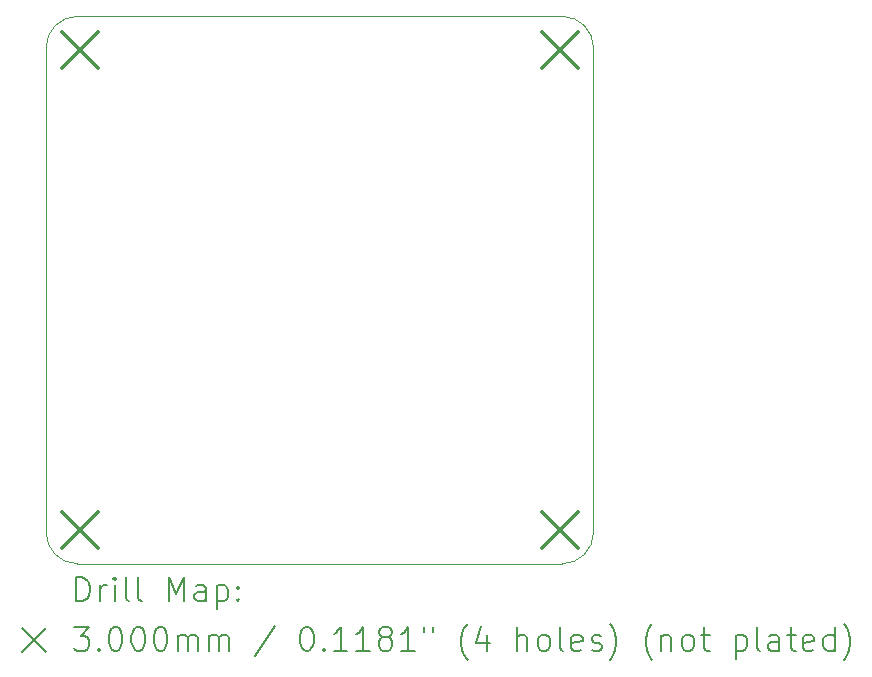
<source format=gbr>
%TF.GenerationSoftware,KiCad,Pcbnew,9.0.5*%
%TF.CreationDate,2025-10-17T16:28:32+07:00*%
%TF.ProjectId,Nokia 1202 breakout,4e6f6b69-6120-4313-9230-322062726561,rev?*%
%TF.SameCoordinates,Original*%
%TF.FileFunction,Drillmap*%
%TF.FilePolarity,Positive*%
%FSLAX45Y45*%
G04 Gerber Fmt 4.5, Leading zero omitted, Abs format (unit mm)*
G04 Created by KiCad (PCBNEW 9.0.5) date 2025-10-17 16:28:32*
%MOMM*%
%LPD*%
G01*
G04 APERTURE LIST*
%ADD10C,0.100000*%
%ADD11C,0.200000*%
%ADD12C,0.300000*%
G04 APERTURE END LIST*
D10*
X16903360Y-8183235D02*
X12796860Y-8183235D01*
X12796860Y-12817485D02*
X16903360Y-12817485D01*
X12533360Y-8446735D02*
X12533360Y-12553985D01*
X17166860Y-12553985D02*
X17166860Y-8446735D01*
X16903360Y-8183235D02*
G75*
G02*
X17166865Y-8446735I0J-263505D01*
G01*
X17166860Y-12553985D02*
G75*
G02*
X16903360Y-12817480I-263500J5D01*
G01*
X12533360Y-8446735D02*
G75*
G02*
X12796860Y-8183240I263500J-5D01*
G01*
X12796860Y-12817485D02*
G75*
G02*
X12533355Y-12553985I0J263505D01*
G01*
D11*
D12*
X12669110Y-8317735D02*
X12969110Y-8617735D01*
X12969110Y-8317735D02*
X12669110Y-8617735D01*
X12669110Y-12381735D02*
X12969110Y-12681735D01*
X12969110Y-12381735D02*
X12669110Y-12681735D01*
X16733110Y-8317735D02*
X17033110Y-8617735D01*
X17033110Y-8317735D02*
X16733110Y-8617735D01*
X16733110Y-12381735D02*
X17033110Y-12681735D01*
X17033110Y-12381735D02*
X16733110Y-12681735D01*
D11*
X12789137Y-13133969D02*
X12789137Y-12933969D01*
X12789137Y-12933969D02*
X12836756Y-12933969D01*
X12836756Y-12933969D02*
X12865327Y-12943493D01*
X12865327Y-12943493D02*
X12884375Y-12962540D01*
X12884375Y-12962540D02*
X12893899Y-12981588D01*
X12893899Y-12981588D02*
X12903422Y-13019683D01*
X12903422Y-13019683D02*
X12903422Y-13048254D01*
X12903422Y-13048254D02*
X12893899Y-13086350D01*
X12893899Y-13086350D02*
X12884375Y-13105397D01*
X12884375Y-13105397D02*
X12865327Y-13124445D01*
X12865327Y-13124445D02*
X12836756Y-13133969D01*
X12836756Y-13133969D02*
X12789137Y-13133969D01*
X12989137Y-13133969D02*
X12989137Y-13000635D01*
X12989137Y-13038731D02*
X12998661Y-13019683D01*
X12998661Y-13019683D02*
X13008184Y-13010159D01*
X13008184Y-13010159D02*
X13027232Y-13000635D01*
X13027232Y-13000635D02*
X13046280Y-13000635D01*
X13112946Y-13133969D02*
X13112946Y-13000635D01*
X13112946Y-12933969D02*
X13103422Y-12943493D01*
X13103422Y-12943493D02*
X13112946Y-12953016D01*
X13112946Y-12953016D02*
X13122470Y-12943493D01*
X13122470Y-12943493D02*
X13112946Y-12933969D01*
X13112946Y-12933969D02*
X13112946Y-12953016D01*
X13236756Y-13133969D02*
X13217708Y-13124445D01*
X13217708Y-13124445D02*
X13208184Y-13105397D01*
X13208184Y-13105397D02*
X13208184Y-12933969D01*
X13341518Y-13133969D02*
X13322470Y-13124445D01*
X13322470Y-13124445D02*
X13312946Y-13105397D01*
X13312946Y-13105397D02*
X13312946Y-12933969D01*
X13570089Y-13133969D02*
X13570089Y-12933969D01*
X13570089Y-12933969D02*
X13636756Y-13076826D01*
X13636756Y-13076826D02*
X13703422Y-12933969D01*
X13703422Y-12933969D02*
X13703422Y-13133969D01*
X13884375Y-13133969D02*
X13884375Y-13029207D01*
X13884375Y-13029207D02*
X13874851Y-13010159D01*
X13874851Y-13010159D02*
X13855803Y-13000635D01*
X13855803Y-13000635D02*
X13817708Y-13000635D01*
X13817708Y-13000635D02*
X13798661Y-13010159D01*
X13884375Y-13124445D02*
X13865327Y-13133969D01*
X13865327Y-13133969D02*
X13817708Y-13133969D01*
X13817708Y-13133969D02*
X13798661Y-13124445D01*
X13798661Y-13124445D02*
X13789137Y-13105397D01*
X13789137Y-13105397D02*
X13789137Y-13086350D01*
X13789137Y-13086350D02*
X13798661Y-13067302D01*
X13798661Y-13067302D02*
X13817708Y-13057778D01*
X13817708Y-13057778D02*
X13865327Y-13057778D01*
X13865327Y-13057778D02*
X13884375Y-13048254D01*
X13979613Y-13000635D02*
X13979613Y-13200635D01*
X13979613Y-13010159D02*
X13998661Y-13000635D01*
X13998661Y-13000635D02*
X14036756Y-13000635D01*
X14036756Y-13000635D02*
X14055803Y-13010159D01*
X14055803Y-13010159D02*
X14065327Y-13019683D01*
X14065327Y-13019683D02*
X14074851Y-13038731D01*
X14074851Y-13038731D02*
X14074851Y-13095873D01*
X14074851Y-13095873D02*
X14065327Y-13114921D01*
X14065327Y-13114921D02*
X14055803Y-13124445D01*
X14055803Y-13124445D02*
X14036756Y-13133969D01*
X14036756Y-13133969D02*
X13998661Y-13133969D01*
X13998661Y-13133969D02*
X13979613Y-13124445D01*
X14160565Y-13114921D02*
X14170089Y-13124445D01*
X14170089Y-13124445D02*
X14160565Y-13133969D01*
X14160565Y-13133969D02*
X14151042Y-13124445D01*
X14151042Y-13124445D02*
X14160565Y-13114921D01*
X14160565Y-13114921D02*
X14160565Y-13133969D01*
X14160565Y-13010159D02*
X14170089Y-13019683D01*
X14170089Y-13019683D02*
X14160565Y-13029207D01*
X14160565Y-13029207D02*
X14151042Y-13019683D01*
X14151042Y-13019683D02*
X14160565Y-13010159D01*
X14160565Y-13010159D02*
X14160565Y-13029207D01*
X12328360Y-13362485D02*
X12528360Y-13562485D01*
X12528360Y-13362485D02*
X12328360Y-13562485D01*
X12770089Y-13353969D02*
X12893899Y-13353969D01*
X12893899Y-13353969D02*
X12827232Y-13430159D01*
X12827232Y-13430159D02*
X12855803Y-13430159D01*
X12855803Y-13430159D02*
X12874851Y-13439683D01*
X12874851Y-13439683D02*
X12884375Y-13449207D01*
X12884375Y-13449207D02*
X12893899Y-13468254D01*
X12893899Y-13468254D02*
X12893899Y-13515873D01*
X12893899Y-13515873D02*
X12884375Y-13534921D01*
X12884375Y-13534921D02*
X12874851Y-13544445D01*
X12874851Y-13544445D02*
X12855803Y-13553969D01*
X12855803Y-13553969D02*
X12798661Y-13553969D01*
X12798661Y-13553969D02*
X12779613Y-13544445D01*
X12779613Y-13544445D02*
X12770089Y-13534921D01*
X12979613Y-13534921D02*
X12989137Y-13544445D01*
X12989137Y-13544445D02*
X12979613Y-13553969D01*
X12979613Y-13553969D02*
X12970089Y-13544445D01*
X12970089Y-13544445D02*
X12979613Y-13534921D01*
X12979613Y-13534921D02*
X12979613Y-13553969D01*
X13112946Y-13353969D02*
X13131994Y-13353969D01*
X13131994Y-13353969D02*
X13151042Y-13363493D01*
X13151042Y-13363493D02*
X13160565Y-13373016D01*
X13160565Y-13373016D02*
X13170089Y-13392064D01*
X13170089Y-13392064D02*
X13179613Y-13430159D01*
X13179613Y-13430159D02*
X13179613Y-13477778D01*
X13179613Y-13477778D02*
X13170089Y-13515873D01*
X13170089Y-13515873D02*
X13160565Y-13534921D01*
X13160565Y-13534921D02*
X13151042Y-13544445D01*
X13151042Y-13544445D02*
X13131994Y-13553969D01*
X13131994Y-13553969D02*
X13112946Y-13553969D01*
X13112946Y-13553969D02*
X13093899Y-13544445D01*
X13093899Y-13544445D02*
X13084375Y-13534921D01*
X13084375Y-13534921D02*
X13074851Y-13515873D01*
X13074851Y-13515873D02*
X13065327Y-13477778D01*
X13065327Y-13477778D02*
X13065327Y-13430159D01*
X13065327Y-13430159D02*
X13074851Y-13392064D01*
X13074851Y-13392064D02*
X13084375Y-13373016D01*
X13084375Y-13373016D02*
X13093899Y-13363493D01*
X13093899Y-13363493D02*
X13112946Y-13353969D01*
X13303422Y-13353969D02*
X13322470Y-13353969D01*
X13322470Y-13353969D02*
X13341518Y-13363493D01*
X13341518Y-13363493D02*
X13351042Y-13373016D01*
X13351042Y-13373016D02*
X13360565Y-13392064D01*
X13360565Y-13392064D02*
X13370089Y-13430159D01*
X13370089Y-13430159D02*
X13370089Y-13477778D01*
X13370089Y-13477778D02*
X13360565Y-13515873D01*
X13360565Y-13515873D02*
X13351042Y-13534921D01*
X13351042Y-13534921D02*
X13341518Y-13544445D01*
X13341518Y-13544445D02*
X13322470Y-13553969D01*
X13322470Y-13553969D02*
X13303422Y-13553969D01*
X13303422Y-13553969D02*
X13284375Y-13544445D01*
X13284375Y-13544445D02*
X13274851Y-13534921D01*
X13274851Y-13534921D02*
X13265327Y-13515873D01*
X13265327Y-13515873D02*
X13255803Y-13477778D01*
X13255803Y-13477778D02*
X13255803Y-13430159D01*
X13255803Y-13430159D02*
X13265327Y-13392064D01*
X13265327Y-13392064D02*
X13274851Y-13373016D01*
X13274851Y-13373016D02*
X13284375Y-13363493D01*
X13284375Y-13363493D02*
X13303422Y-13353969D01*
X13493899Y-13353969D02*
X13512946Y-13353969D01*
X13512946Y-13353969D02*
X13531994Y-13363493D01*
X13531994Y-13363493D02*
X13541518Y-13373016D01*
X13541518Y-13373016D02*
X13551042Y-13392064D01*
X13551042Y-13392064D02*
X13560565Y-13430159D01*
X13560565Y-13430159D02*
X13560565Y-13477778D01*
X13560565Y-13477778D02*
X13551042Y-13515873D01*
X13551042Y-13515873D02*
X13541518Y-13534921D01*
X13541518Y-13534921D02*
X13531994Y-13544445D01*
X13531994Y-13544445D02*
X13512946Y-13553969D01*
X13512946Y-13553969D02*
X13493899Y-13553969D01*
X13493899Y-13553969D02*
X13474851Y-13544445D01*
X13474851Y-13544445D02*
X13465327Y-13534921D01*
X13465327Y-13534921D02*
X13455803Y-13515873D01*
X13455803Y-13515873D02*
X13446280Y-13477778D01*
X13446280Y-13477778D02*
X13446280Y-13430159D01*
X13446280Y-13430159D02*
X13455803Y-13392064D01*
X13455803Y-13392064D02*
X13465327Y-13373016D01*
X13465327Y-13373016D02*
X13474851Y-13363493D01*
X13474851Y-13363493D02*
X13493899Y-13353969D01*
X13646280Y-13553969D02*
X13646280Y-13420635D01*
X13646280Y-13439683D02*
X13655803Y-13430159D01*
X13655803Y-13430159D02*
X13674851Y-13420635D01*
X13674851Y-13420635D02*
X13703423Y-13420635D01*
X13703423Y-13420635D02*
X13722470Y-13430159D01*
X13722470Y-13430159D02*
X13731994Y-13449207D01*
X13731994Y-13449207D02*
X13731994Y-13553969D01*
X13731994Y-13449207D02*
X13741518Y-13430159D01*
X13741518Y-13430159D02*
X13760565Y-13420635D01*
X13760565Y-13420635D02*
X13789137Y-13420635D01*
X13789137Y-13420635D02*
X13808184Y-13430159D01*
X13808184Y-13430159D02*
X13817708Y-13449207D01*
X13817708Y-13449207D02*
X13817708Y-13553969D01*
X13912946Y-13553969D02*
X13912946Y-13420635D01*
X13912946Y-13439683D02*
X13922470Y-13430159D01*
X13922470Y-13430159D02*
X13941518Y-13420635D01*
X13941518Y-13420635D02*
X13970089Y-13420635D01*
X13970089Y-13420635D02*
X13989137Y-13430159D01*
X13989137Y-13430159D02*
X13998661Y-13449207D01*
X13998661Y-13449207D02*
X13998661Y-13553969D01*
X13998661Y-13449207D02*
X14008184Y-13430159D01*
X14008184Y-13430159D02*
X14027232Y-13420635D01*
X14027232Y-13420635D02*
X14055803Y-13420635D01*
X14055803Y-13420635D02*
X14074851Y-13430159D01*
X14074851Y-13430159D02*
X14084375Y-13449207D01*
X14084375Y-13449207D02*
X14084375Y-13553969D01*
X14474851Y-13344445D02*
X14303423Y-13601588D01*
X14731994Y-13353969D02*
X14751042Y-13353969D01*
X14751042Y-13353969D02*
X14770089Y-13363493D01*
X14770089Y-13363493D02*
X14779613Y-13373016D01*
X14779613Y-13373016D02*
X14789137Y-13392064D01*
X14789137Y-13392064D02*
X14798661Y-13430159D01*
X14798661Y-13430159D02*
X14798661Y-13477778D01*
X14798661Y-13477778D02*
X14789137Y-13515873D01*
X14789137Y-13515873D02*
X14779613Y-13534921D01*
X14779613Y-13534921D02*
X14770089Y-13544445D01*
X14770089Y-13544445D02*
X14751042Y-13553969D01*
X14751042Y-13553969D02*
X14731994Y-13553969D01*
X14731994Y-13553969D02*
X14712946Y-13544445D01*
X14712946Y-13544445D02*
X14703423Y-13534921D01*
X14703423Y-13534921D02*
X14693899Y-13515873D01*
X14693899Y-13515873D02*
X14684375Y-13477778D01*
X14684375Y-13477778D02*
X14684375Y-13430159D01*
X14684375Y-13430159D02*
X14693899Y-13392064D01*
X14693899Y-13392064D02*
X14703423Y-13373016D01*
X14703423Y-13373016D02*
X14712946Y-13363493D01*
X14712946Y-13363493D02*
X14731994Y-13353969D01*
X14884375Y-13534921D02*
X14893899Y-13544445D01*
X14893899Y-13544445D02*
X14884375Y-13553969D01*
X14884375Y-13553969D02*
X14874851Y-13544445D01*
X14874851Y-13544445D02*
X14884375Y-13534921D01*
X14884375Y-13534921D02*
X14884375Y-13553969D01*
X15084375Y-13553969D02*
X14970089Y-13553969D01*
X15027232Y-13553969D02*
X15027232Y-13353969D01*
X15027232Y-13353969D02*
X15008185Y-13382540D01*
X15008185Y-13382540D02*
X14989137Y-13401588D01*
X14989137Y-13401588D02*
X14970089Y-13411112D01*
X15274851Y-13553969D02*
X15160566Y-13553969D01*
X15217708Y-13553969D02*
X15217708Y-13353969D01*
X15217708Y-13353969D02*
X15198661Y-13382540D01*
X15198661Y-13382540D02*
X15179613Y-13401588D01*
X15179613Y-13401588D02*
X15160566Y-13411112D01*
X15389137Y-13439683D02*
X15370089Y-13430159D01*
X15370089Y-13430159D02*
X15360566Y-13420635D01*
X15360566Y-13420635D02*
X15351042Y-13401588D01*
X15351042Y-13401588D02*
X15351042Y-13392064D01*
X15351042Y-13392064D02*
X15360566Y-13373016D01*
X15360566Y-13373016D02*
X15370089Y-13363493D01*
X15370089Y-13363493D02*
X15389137Y-13353969D01*
X15389137Y-13353969D02*
X15427232Y-13353969D01*
X15427232Y-13353969D02*
X15446280Y-13363493D01*
X15446280Y-13363493D02*
X15455804Y-13373016D01*
X15455804Y-13373016D02*
X15465327Y-13392064D01*
X15465327Y-13392064D02*
X15465327Y-13401588D01*
X15465327Y-13401588D02*
X15455804Y-13420635D01*
X15455804Y-13420635D02*
X15446280Y-13430159D01*
X15446280Y-13430159D02*
X15427232Y-13439683D01*
X15427232Y-13439683D02*
X15389137Y-13439683D01*
X15389137Y-13439683D02*
X15370089Y-13449207D01*
X15370089Y-13449207D02*
X15360566Y-13458731D01*
X15360566Y-13458731D02*
X15351042Y-13477778D01*
X15351042Y-13477778D02*
X15351042Y-13515873D01*
X15351042Y-13515873D02*
X15360566Y-13534921D01*
X15360566Y-13534921D02*
X15370089Y-13544445D01*
X15370089Y-13544445D02*
X15389137Y-13553969D01*
X15389137Y-13553969D02*
X15427232Y-13553969D01*
X15427232Y-13553969D02*
X15446280Y-13544445D01*
X15446280Y-13544445D02*
X15455804Y-13534921D01*
X15455804Y-13534921D02*
X15465327Y-13515873D01*
X15465327Y-13515873D02*
X15465327Y-13477778D01*
X15465327Y-13477778D02*
X15455804Y-13458731D01*
X15455804Y-13458731D02*
X15446280Y-13449207D01*
X15446280Y-13449207D02*
X15427232Y-13439683D01*
X15655804Y-13553969D02*
X15541518Y-13553969D01*
X15598661Y-13553969D02*
X15598661Y-13353969D01*
X15598661Y-13353969D02*
X15579613Y-13382540D01*
X15579613Y-13382540D02*
X15560566Y-13401588D01*
X15560566Y-13401588D02*
X15541518Y-13411112D01*
X15731994Y-13353969D02*
X15731994Y-13392064D01*
X15808185Y-13353969D02*
X15808185Y-13392064D01*
X16103423Y-13630159D02*
X16093899Y-13620635D01*
X16093899Y-13620635D02*
X16074851Y-13592064D01*
X16074851Y-13592064D02*
X16065328Y-13573016D01*
X16065328Y-13573016D02*
X16055804Y-13544445D01*
X16055804Y-13544445D02*
X16046280Y-13496826D01*
X16046280Y-13496826D02*
X16046280Y-13458731D01*
X16046280Y-13458731D02*
X16055804Y-13411112D01*
X16055804Y-13411112D02*
X16065328Y-13382540D01*
X16065328Y-13382540D02*
X16074851Y-13363493D01*
X16074851Y-13363493D02*
X16093899Y-13334921D01*
X16093899Y-13334921D02*
X16103423Y-13325397D01*
X16265328Y-13420635D02*
X16265328Y-13553969D01*
X16217708Y-13344445D02*
X16170089Y-13487302D01*
X16170089Y-13487302D02*
X16293899Y-13487302D01*
X16522470Y-13553969D02*
X16522470Y-13353969D01*
X16608185Y-13553969D02*
X16608185Y-13449207D01*
X16608185Y-13449207D02*
X16598661Y-13430159D01*
X16598661Y-13430159D02*
X16579613Y-13420635D01*
X16579613Y-13420635D02*
X16551042Y-13420635D01*
X16551042Y-13420635D02*
X16531994Y-13430159D01*
X16531994Y-13430159D02*
X16522470Y-13439683D01*
X16731994Y-13553969D02*
X16712947Y-13544445D01*
X16712947Y-13544445D02*
X16703423Y-13534921D01*
X16703423Y-13534921D02*
X16693899Y-13515873D01*
X16693899Y-13515873D02*
X16693899Y-13458731D01*
X16693899Y-13458731D02*
X16703423Y-13439683D01*
X16703423Y-13439683D02*
X16712947Y-13430159D01*
X16712947Y-13430159D02*
X16731994Y-13420635D01*
X16731994Y-13420635D02*
X16760566Y-13420635D01*
X16760566Y-13420635D02*
X16779613Y-13430159D01*
X16779613Y-13430159D02*
X16789137Y-13439683D01*
X16789137Y-13439683D02*
X16798661Y-13458731D01*
X16798661Y-13458731D02*
X16798661Y-13515873D01*
X16798661Y-13515873D02*
X16789137Y-13534921D01*
X16789137Y-13534921D02*
X16779613Y-13544445D01*
X16779613Y-13544445D02*
X16760566Y-13553969D01*
X16760566Y-13553969D02*
X16731994Y-13553969D01*
X16912947Y-13553969D02*
X16893899Y-13544445D01*
X16893899Y-13544445D02*
X16884375Y-13525397D01*
X16884375Y-13525397D02*
X16884375Y-13353969D01*
X17065328Y-13544445D02*
X17046280Y-13553969D01*
X17046280Y-13553969D02*
X17008185Y-13553969D01*
X17008185Y-13553969D02*
X16989137Y-13544445D01*
X16989137Y-13544445D02*
X16979613Y-13525397D01*
X16979613Y-13525397D02*
X16979613Y-13449207D01*
X16979613Y-13449207D02*
X16989137Y-13430159D01*
X16989137Y-13430159D02*
X17008185Y-13420635D01*
X17008185Y-13420635D02*
X17046280Y-13420635D01*
X17046280Y-13420635D02*
X17065328Y-13430159D01*
X17065328Y-13430159D02*
X17074852Y-13449207D01*
X17074852Y-13449207D02*
X17074852Y-13468254D01*
X17074852Y-13468254D02*
X16979613Y-13487302D01*
X17151042Y-13544445D02*
X17170090Y-13553969D01*
X17170090Y-13553969D02*
X17208185Y-13553969D01*
X17208185Y-13553969D02*
X17227233Y-13544445D01*
X17227233Y-13544445D02*
X17236756Y-13525397D01*
X17236756Y-13525397D02*
X17236756Y-13515873D01*
X17236756Y-13515873D02*
X17227233Y-13496826D01*
X17227233Y-13496826D02*
X17208185Y-13487302D01*
X17208185Y-13487302D02*
X17179613Y-13487302D01*
X17179613Y-13487302D02*
X17160566Y-13477778D01*
X17160566Y-13477778D02*
X17151042Y-13458731D01*
X17151042Y-13458731D02*
X17151042Y-13449207D01*
X17151042Y-13449207D02*
X17160566Y-13430159D01*
X17160566Y-13430159D02*
X17179613Y-13420635D01*
X17179613Y-13420635D02*
X17208185Y-13420635D01*
X17208185Y-13420635D02*
X17227233Y-13430159D01*
X17303423Y-13630159D02*
X17312947Y-13620635D01*
X17312947Y-13620635D02*
X17331994Y-13592064D01*
X17331994Y-13592064D02*
X17341518Y-13573016D01*
X17341518Y-13573016D02*
X17351042Y-13544445D01*
X17351042Y-13544445D02*
X17360566Y-13496826D01*
X17360566Y-13496826D02*
X17360566Y-13458731D01*
X17360566Y-13458731D02*
X17351042Y-13411112D01*
X17351042Y-13411112D02*
X17341518Y-13382540D01*
X17341518Y-13382540D02*
X17331994Y-13363493D01*
X17331994Y-13363493D02*
X17312947Y-13334921D01*
X17312947Y-13334921D02*
X17303423Y-13325397D01*
X17665328Y-13630159D02*
X17655804Y-13620635D01*
X17655804Y-13620635D02*
X17636756Y-13592064D01*
X17636756Y-13592064D02*
X17627233Y-13573016D01*
X17627233Y-13573016D02*
X17617709Y-13544445D01*
X17617709Y-13544445D02*
X17608185Y-13496826D01*
X17608185Y-13496826D02*
X17608185Y-13458731D01*
X17608185Y-13458731D02*
X17617709Y-13411112D01*
X17617709Y-13411112D02*
X17627233Y-13382540D01*
X17627233Y-13382540D02*
X17636756Y-13363493D01*
X17636756Y-13363493D02*
X17655804Y-13334921D01*
X17655804Y-13334921D02*
X17665328Y-13325397D01*
X17741518Y-13420635D02*
X17741518Y-13553969D01*
X17741518Y-13439683D02*
X17751042Y-13430159D01*
X17751042Y-13430159D02*
X17770090Y-13420635D01*
X17770090Y-13420635D02*
X17798661Y-13420635D01*
X17798661Y-13420635D02*
X17817709Y-13430159D01*
X17817709Y-13430159D02*
X17827233Y-13449207D01*
X17827233Y-13449207D02*
X17827233Y-13553969D01*
X17951042Y-13553969D02*
X17931994Y-13544445D01*
X17931994Y-13544445D02*
X17922471Y-13534921D01*
X17922471Y-13534921D02*
X17912947Y-13515873D01*
X17912947Y-13515873D02*
X17912947Y-13458731D01*
X17912947Y-13458731D02*
X17922471Y-13439683D01*
X17922471Y-13439683D02*
X17931994Y-13430159D01*
X17931994Y-13430159D02*
X17951042Y-13420635D01*
X17951042Y-13420635D02*
X17979614Y-13420635D01*
X17979614Y-13420635D02*
X17998661Y-13430159D01*
X17998661Y-13430159D02*
X18008185Y-13439683D01*
X18008185Y-13439683D02*
X18017709Y-13458731D01*
X18017709Y-13458731D02*
X18017709Y-13515873D01*
X18017709Y-13515873D02*
X18008185Y-13534921D01*
X18008185Y-13534921D02*
X17998661Y-13544445D01*
X17998661Y-13544445D02*
X17979614Y-13553969D01*
X17979614Y-13553969D02*
X17951042Y-13553969D01*
X18074852Y-13420635D02*
X18151042Y-13420635D01*
X18103423Y-13353969D02*
X18103423Y-13525397D01*
X18103423Y-13525397D02*
X18112947Y-13544445D01*
X18112947Y-13544445D02*
X18131994Y-13553969D01*
X18131994Y-13553969D02*
X18151042Y-13553969D01*
X18370090Y-13420635D02*
X18370090Y-13620635D01*
X18370090Y-13430159D02*
X18389137Y-13420635D01*
X18389137Y-13420635D02*
X18427233Y-13420635D01*
X18427233Y-13420635D02*
X18446280Y-13430159D01*
X18446280Y-13430159D02*
X18455804Y-13439683D01*
X18455804Y-13439683D02*
X18465328Y-13458731D01*
X18465328Y-13458731D02*
X18465328Y-13515873D01*
X18465328Y-13515873D02*
X18455804Y-13534921D01*
X18455804Y-13534921D02*
X18446280Y-13544445D01*
X18446280Y-13544445D02*
X18427233Y-13553969D01*
X18427233Y-13553969D02*
X18389137Y-13553969D01*
X18389137Y-13553969D02*
X18370090Y-13544445D01*
X18579614Y-13553969D02*
X18560566Y-13544445D01*
X18560566Y-13544445D02*
X18551042Y-13525397D01*
X18551042Y-13525397D02*
X18551042Y-13353969D01*
X18741518Y-13553969D02*
X18741518Y-13449207D01*
X18741518Y-13449207D02*
X18731995Y-13430159D01*
X18731995Y-13430159D02*
X18712947Y-13420635D01*
X18712947Y-13420635D02*
X18674852Y-13420635D01*
X18674852Y-13420635D02*
X18655804Y-13430159D01*
X18741518Y-13544445D02*
X18722471Y-13553969D01*
X18722471Y-13553969D02*
X18674852Y-13553969D01*
X18674852Y-13553969D02*
X18655804Y-13544445D01*
X18655804Y-13544445D02*
X18646280Y-13525397D01*
X18646280Y-13525397D02*
X18646280Y-13506350D01*
X18646280Y-13506350D02*
X18655804Y-13487302D01*
X18655804Y-13487302D02*
X18674852Y-13477778D01*
X18674852Y-13477778D02*
X18722471Y-13477778D01*
X18722471Y-13477778D02*
X18741518Y-13468254D01*
X18808185Y-13420635D02*
X18884375Y-13420635D01*
X18836756Y-13353969D02*
X18836756Y-13525397D01*
X18836756Y-13525397D02*
X18846280Y-13544445D01*
X18846280Y-13544445D02*
X18865328Y-13553969D01*
X18865328Y-13553969D02*
X18884375Y-13553969D01*
X19027233Y-13544445D02*
X19008185Y-13553969D01*
X19008185Y-13553969D02*
X18970090Y-13553969D01*
X18970090Y-13553969D02*
X18951042Y-13544445D01*
X18951042Y-13544445D02*
X18941518Y-13525397D01*
X18941518Y-13525397D02*
X18941518Y-13449207D01*
X18941518Y-13449207D02*
X18951042Y-13430159D01*
X18951042Y-13430159D02*
X18970090Y-13420635D01*
X18970090Y-13420635D02*
X19008185Y-13420635D01*
X19008185Y-13420635D02*
X19027233Y-13430159D01*
X19027233Y-13430159D02*
X19036756Y-13449207D01*
X19036756Y-13449207D02*
X19036756Y-13468254D01*
X19036756Y-13468254D02*
X18941518Y-13487302D01*
X19208185Y-13553969D02*
X19208185Y-13353969D01*
X19208185Y-13544445D02*
X19189137Y-13553969D01*
X19189137Y-13553969D02*
X19151042Y-13553969D01*
X19151042Y-13553969D02*
X19131995Y-13544445D01*
X19131995Y-13544445D02*
X19122471Y-13534921D01*
X19122471Y-13534921D02*
X19112947Y-13515873D01*
X19112947Y-13515873D02*
X19112947Y-13458731D01*
X19112947Y-13458731D02*
X19122471Y-13439683D01*
X19122471Y-13439683D02*
X19131995Y-13430159D01*
X19131995Y-13430159D02*
X19151042Y-13420635D01*
X19151042Y-13420635D02*
X19189137Y-13420635D01*
X19189137Y-13420635D02*
X19208185Y-13430159D01*
X19284376Y-13630159D02*
X19293899Y-13620635D01*
X19293899Y-13620635D02*
X19312947Y-13592064D01*
X19312947Y-13592064D02*
X19322471Y-13573016D01*
X19322471Y-13573016D02*
X19331995Y-13544445D01*
X19331995Y-13544445D02*
X19341518Y-13496826D01*
X19341518Y-13496826D02*
X19341518Y-13458731D01*
X19341518Y-13458731D02*
X19331995Y-13411112D01*
X19331995Y-13411112D02*
X19322471Y-13382540D01*
X19322471Y-13382540D02*
X19312947Y-13363493D01*
X19312947Y-13363493D02*
X19293899Y-13334921D01*
X19293899Y-13334921D02*
X19284376Y-13325397D01*
M02*

</source>
